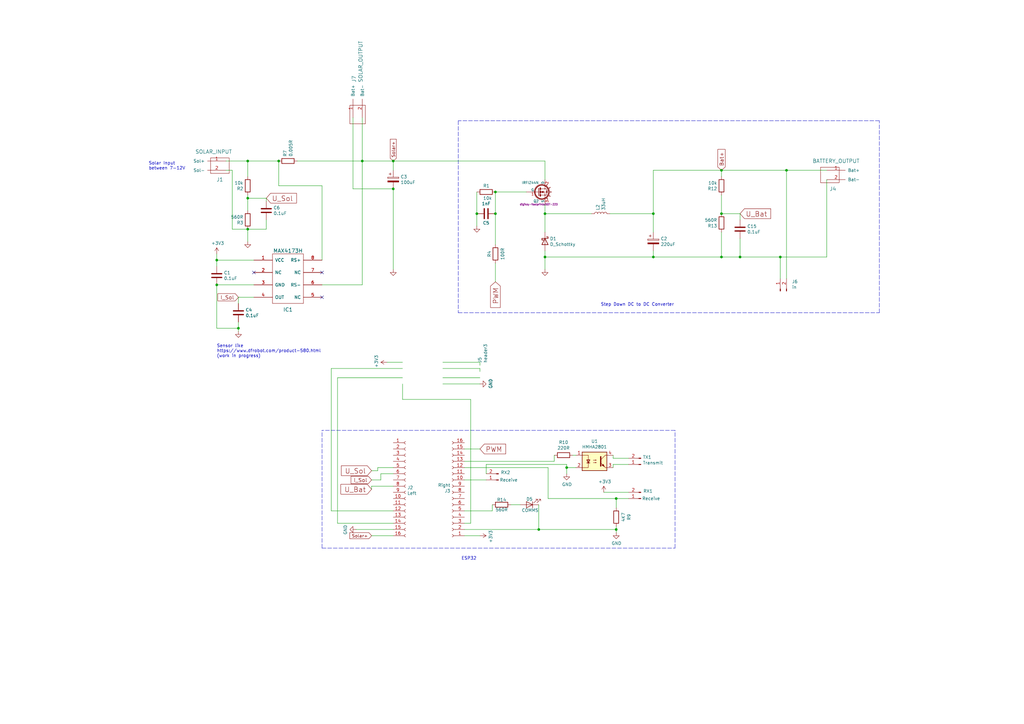
<source format=kicad_sch>
(kicad_sch (version 20211123) (generator eeschema)
  (paper "A3")
  (title_block (title "Peak Power Solar Charger") (date "2020-04-25") (rev "V2.0"))
  (lib_symbols
    (symbol "Device:C" (pin_numbers hide) (pin_names (offset 0.254))
      (property "Reference" "C" (at 0.635 2.54 0))
      (property "Value" "C" (at 0.635 -2.54 0))
      (symbol "C_0_1"
        (polyline (pts (xy -2.032 -0.762) (xy 2.032 -0.762)) (stroke (width 0.508)))
        (polyline (pts (xy -2.032 0.762) (xy 2.032 0.762)) (stroke (width 0.508)))
      )
      (symbol "C_1_1"
        (pin passive line (at 0 3.81 270) (length 2.794) (name "~") (number "1"))
        (pin passive line (at 0 -3.81 90) (length 2.794) (name "~") (number "2"))
      )
    )
    (symbol "Device:D_Schottky" (pin_numbers hide) (pin_names (offset 1.016) hide)
      (property "Reference" "D" (at 0 2.54 0))
      (property "Value" "D_Schottky" (at 0 -2.54 0))
      (symbol "D_Schottky_0_1"
        (polyline (pts (xy 1.27 0) (xy -1.27 0)))
        (polyline (pts (xy 1.27 1.27) (xy 1.27 -1.27) (xy -1.27 0) (xy 1.27 1.27)) (stroke (width 0.254)))
        (polyline (pts (xy -1.905 0.635) (xy -1.905 1.27) (xy -1.27 1.27) (xy -1.27 -1.27) (xy -0.635 -1.27) (xy -0.635 -0.635)) (stroke (width 0.254)))
      )
      (symbol "D_Schottky_1_1"
        (pin passive line (at -3.81 0 0) (length 2.54) (name "K") (number "1"))
        (pin passive line (at 3.81 0 180) (length 2.54) (name "A") (number "2"))
      )
    )
    (symbol "Device:R" (pin_numbers hide) (pin_names (offset 0))
      (property "Reference" "R" (at 2.032 0 90))
      (property "Value" "R" (at 0 0 90))
      (symbol "R_0_1"
        (rectangle (start -1.016 -2.54) (end 1.016 2.54) (stroke (width 0.254)))
      )
      (symbol "R_1_1"
        (pin passive line (at 0 3.81 270) (length 1.27) (name "~") (number "1"))
        (pin passive line (at 0 -3.81 90) (length 1.27) (name "~") (number "2"))
      )
    )
    (symbol "connectors:Battery_Output" (pin_names (offset 1.016))
      (property "Reference" "J" (at 0 -11.43 0))
      (property "Value" "Battery_Output" (at 2.54 0 0))
      (symbol "Battery_Output_0_1"
        (rectangle (start -3.81 -2.54) (end 3.81 -8.89))
      )
      (symbol "Battery_Output_1_1"
        (pin passive line (at -1.27 -3.81 0) (length 7.62) (name "Bat+") (number "1"))
        (pin passive line (at -1.27 -7.62 0) (length 7.62) (name "Bat-") (number "2"))
      )
    )
    (symbol "connectors:MAX4173H" (pin_names (offset 1.016))
      (property "Reference" "IC" (at 10.16 -15.24 0))
      (property "Value" "MAX4173H" (at 10.16 8.89 0))
      (symbol "MAX4173H_0_1"
        (rectangle (start 3.81 7.62) (end 16.51 -12.7))
      )
      (symbol "MAX4173H_1_1"
        (pin power_in line (at -3.81 5.08 0) (length 7.62) (name "VCC") (number "1"))
        (pin input line (at -3.81 0 0) (length 7.62) (name "NC") (number "2"))
        (pin input line (at -3.81 -5.08 0) (length 7.62) (name "GND") (number "3"))
        (pin power_out line (at -3.81 -10.16 0) (length 7.62) (name "OUT") (number "4"))
        (pin input line (at 24.13 -10.16 180) (length 7.62) (name "NC") (number "5"))
        (pin input line (at 24.13 -5.08 180) (length 7.62) (name "RS-") (number "6"))
        (pin input line (at 24.13 0 180) (length 7.62) (name "NC") (number "7"))
        (pin input line (at 24.13 5.08 180) (length 7.62) (name "RS+") (number "8"))
      )
    )
    (symbol "connectors:SOLAR_INPUT" (pin_names (offset 1.016))
      (property "Reference" "J" (at 0 -11.43 0))
      (property "Value" "SOLAR_INPUT" (at 2.54 0 0))
      (symbol "SOLAR_INPUT_0_1"
        (rectangle (start -3.81 -2.54) (end 3.81 -8.89))
      )
      (symbol "SOLAR_INPUT_1_1"
        (pin passive line (at -2.54 -3.81 0) (length 7.62) (name "Sol+") (number "1"))
        (pin passive line (at -2.54 -7.62 0) (length 7.62) (name "Sol-") (number "2"))
      )
    )
    (symbol "irfiz44n:IRFIZ44N" (pin_names (offset 0))
      (property "Reference" "Q" (at 0 -3.7592 0))
      (property "Value" "IRFIZ44N" (at 0 3.7846 0))
      (property "Footprint" "TO220" (at -4.5466 2.5654 0))
      (symbol "IRFIZ44N_0_1"
        (polyline (pts (xy 0.635 -1.016) (xy 0.635 -1.651)) (stroke (width 0.508)))
        (polyline (pts (xy 0.635 0.381) (xy 0.635 -0.381)) (stroke (width 0.508)))
        (polyline (pts (xy 0.635 1.651) (xy 0.635 1.016)) (stroke (width 0.508)))
        (polyline (pts (xy 3.048 0.381) (xy 2.921 0.254)))
        (polyline (pts (xy 3.048 0.381) (xy 3.556 0.381)))
        (polyline (pts (xy 3.175 2.667) (xy 3.556 3.175)) (stroke (width 0.254)))
        (polyline (pts (xy 3.302 -2.54) (xy 3.683 -3.048)) (stroke (width 0.254)))
        (polyline (pts (xy 3.556 0.381) (xy 3.683 0.508)))
        (polyline (pts (xy 4.191 -1.524) (xy 4.699 -1.778)) (stroke (width 0.254)))
        (polyline (pts (xy 4.191 1.524) (xy 4.699 1.905)) (stroke (width 0.254)))
        (polyline (pts (xy 4.572 0) (xy 5.207 0)) (stroke (width 0.254)))
        (polyline (pts (xy 0 1.524) (xy 0 -1.524) (xy 0 -1.524)) (stroke (width 0.254)))
        (polyline (pts (xy 0.762 -1.27) (xy 2.54 -1.27) (xy 2.54 -2.54) (xy 2.54 -2.54)))
        (polyline (pts (xy 0.762 1.27) (xy 2.54 1.27) (xy 2.54 2.54) (xy 2.54 2.54)))
        (polyline (pts (xy 2.54 1.27) (xy 3.302 1.27) (xy 3.302 -1.27) (xy 2.54 -1.27)))
        (polyline (pts (xy 3.302 0.381) (xy 3.048 -0.254) (xy 3.556 -0.254) (xy 3.302 0.381)) (fill (type outline)))
        (polyline (pts (xy 0.762 0) (xy 1.27 0) (xy 2.54 0) (xy 2.54 -1.27) (xy 2.54 -1.27)))
        (polyline (pts (xy 0.889 0) (xy 1.905 0.381) (xy 1.905 -0.381) (xy 0.889 0) (xy 1.016 0) (xy 1.016 0)) (fill (type outline)))
        (circle (center 1.27 0) (radius 2.8194) (stroke (width 0.3556)))
        (circle (center 1.27 0) (radius 3.175))
        (circle (center 2.54 -1.27) (radius 0.127))
        (circle (center 2.54 1.27) (radius 0.127))
      )
      (symbol "IRFIZ44N_1_1"
        (pin input line (at -5.08 0 0) (length 5.08) (name "G") (number "1"))
        (pin passive line (at 2.54 5.08 270) (length 2.54) (name "D") (number "2"))
        (pin passive line (at 2.54 -5.08 90) (length 2.54) (name "S") (number "3"))
      )
    )
    (symbol "solar-rescue:+3.3V-power" (power) (pin_names (offset 0))
      (property "Value" "+3.3V-power" (at 0 3.556 0))
      (symbol "+3.3V-power_0_1"
        (polyline (pts (xy -0.762 1.27) (xy 0 2.54)))
        (polyline (pts (xy 0 0) (xy 0 2.54)))
        (polyline (pts (xy 0 2.54) (xy 0.762 1.27)))
      )
      (symbol "+3.3V-power_1_1"
        (pin power_in line (at 0 0 90) (length 0) hide (name "+3V3") (number "1"))
      )
    )
    (symbol "solar-rescue:C-Device" (pin_numbers hide) (pin_names (offset 0.254))
      (property "Reference" "C" (at 0.635 2.54 0))
      (property "Value" "C-Device" (at 0.635 -2.54 0))
      (symbol "C-Device_0_1"
        (polyline (pts (xy -2.032 -0.762) (xy 2.032 -0.762)) (stroke (width 0.508)))
        (polyline (pts (xy -2.032 0.762) (xy 2.032 0.762)) (stroke (width 0.508)))
      )
      (symbol "C-Device_1_1"
        (pin passive line (at 0 3.81 270) (length 2.794) (name "~") (number "1"))
        (pin passive line (at 0 -3.81 90) (length 2.794) (name "~") (number "2"))
      )
    )
    (symbol "solar-rescue:CP-Device" (pin_numbers hide) (pin_names (offset 0.254))
      (property "Reference" "C" (at 0.635 2.54 0))
      (property "Value" "CP-Device" (at 0.635 -2.54 0))
      (symbol "CP-Device_0_1"
        (rectangle (start -2.286 0.508) (end -2.286 1.016))
        (rectangle (start -2.286 0.508) (end 2.286 0.508))
        (polyline (pts (xy -1.778 2.286) (xy -0.762 2.286)))
        (polyline (pts (xy -1.27 2.794) (xy -1.27 1.778)))
        (rectangle (start 2.286 -0.508) (end -2.286 -1.016) (fill (type outline)))
        (rectangle (start 2.286 1.016) (end -2.286 1.016))
        (rectangle (start 2.286 1.016) (end 2.286 0.508))
      )
      (symbol "CP-Device_1_1"
        (pin passive line (at 0 3.81 270) (length 2.794) (name "~") (number "1"))
        (pin passive line (at 0 -3.81 90) (length 2.794) (name "~") (number "2"))
      )
    )
    (symbol "solar-rescue:Conn_01x02_Male-Connector" (pin_names (offset 1.016) hide)
      (property "Reference" "J" (at 0 2.54 0))
      (property "Value" "Conn_01x02_Male-Connector" (at 0 -5.08 0))
      (symbol "Conn_01x02_Male-Connector_1_1"
        (polyline (pts (xy 1.27 -2.54) (xy 0.8636 -2.54)) (stroke (width 0.1524)))
        (polyline (pts (xy 1.27 0) (xy 0.8636 0)) (stroke (width 0.1524)))
        (rectangle (start 0.8636 -2.413) (end 0 -2.667) (stroke (width 0.1524)) (fill (type outline)))
        (rectangle (start 0.8636 0.127) (end 0 -0.127) (stroke (width 0.1524)) (fill (type outline)))
        (pin passive line (at 5.08 0 180) (length 3.81) (name "Pin_1") (number "1"))
        (pin passive line (at 5.08 -2.54 180) (length 3.81) (name "Pin_2") (number "2"))
      )
    )
    (symbol "solar-rescue:Conn_01x16_Female-Connector" (pin_names (offset 1.016) hide)
      (property "Reference" "J" (at 0 20.32 0))
      (property "Value" "Conn_01x16_Female-Connector" (at 0 -22.86 0))
      (symbol "Conn_01x16_Female-Connector_1_1"
        (arc (start 0 -19.812) (mid -0.508 -20.32) (end 0 -20.828) (stroke (width 0.1524)))
        (arc (start 0 -17.272) (mid -0.508 -17.78) (end 0 -18.288) (stroke (width 0.1524)))
        (arc (start 0 -14.732) (mid -0.508 -15.24) (end 0 -15.748) (stroke (width 0.1524)))
        (arc (start 0 -12.192) (mid -0.508 -12.7) (end 0 -13.208) (stroke (width 0.1524)))
        (arc (start 0 -9.652) (mid -0.508 -10.16) (end 0 -10.668) (stroke (width 0.1524)))
        (arc (start 0 -7.112) (mid -0.508 -7.62) (end 0 -8.128) (stroke (width 0.1524)))
        (arc (start 0 -4.572) (mid -0.508 -5.08) (end 0 -5.588) (stroke (width 0.1524)))
        (arc (start 0 -2.032) (mid -0.508 -2.54) (end 0 -3.048) (stroke (width 0.1524)))
        (polyline (pts (xy -1.27 -20.32) (xy -0.508 -20.32)) (stroke (width 0.1524)))
        (polyline (pts (xy -1.27 -17.78) (xy -0.508 -17.78)) (stroke (width 0.1524)))
        (polyline (pts (xy -1.27 -15.24) (xy -0.508 -15.24)) (stroke (width 0.1524)))
        (polyline (pts (xy -1.27 -12.7) (xy -0.508 -12.7)) (stroke (width 0.1524)))
        (polyline (pts (xy -1.27 -10.16) (xy -0.508 -10.16)) (stroke (width 0.1524)))
        (polyline (pts (xy -1.27 -7.62) (xy -0.508 -7.62)) (stroke (width 0.1524)))
        (polyline (pts (xy -1.27 -5.08) (xy -0.508 -5.08)) (stroke (width 0.1524)))
        (polyline (pts (xy -1.27 -2.54) (xy -0.508 -2.54)) (stroke (width 0.1524)))
        (polyline (pts (xy -1.27 0) (xy -0.508 0)) (stroke (width 0.1524)))
        (polyline (pts (xy -1.27 2.54) (xy -0.508 2.54)) (stroke (width 0.1524)))
        (polyline (pts (xy -1.27 5.08) (xy -0.508 5.08)) (stroke (width 0.1524)))
        (polyline (pts (xy -1.27 7.62) (xy -0.508 7.62)) (stroke (width 0.1524)))
        (polyline (pts (xy -1.27 10.16) (xy -0.508 10.16)) (stroke (width 0.1524)))
        (polyline (pts (xy -1.27 12.7) (xy -0.508 12.7)) (stroke (width 0.1524)))
        (polyline (pts (xy -1.27 15.24) (xy -0.508 15.24)) (stroke (width 0.1524)))
        (polyline (pts (xy -1.27 17.78) (xy -0.508 17.78)) (stroke (width 0.1524)))
        (arc (start 0 0.508) (mid -0.508 0) (end 0 -0.508) (stroke (width 0.1524)))
        (arc (start 0 3.048) (mid -0.508 2.54) (end 0 2.032) (stroke (width 0.1524)))
        (arc (start 0 5.588) (mid -0.508 5.08) (end 0 4.572) (stroke (width 0.1524)))
        (arc (start 0 8.128) (mid -0.508 7.62) (end 0 7.112) (stroke (width 0.1524)))
        (arc (start 0 10.668) (mid -0.508 10.16) (end 0 9.652) (stroke (width 0.1524)))
        (arc (start 0 13.208) (mid -0.508 12.7) (end 0 12.192) (stroke (width 0.1524)))
        (arc (start 0 15.748) (mid -0.508 15.24) (end 0 14.732) (stroke (width 0.1524)))
        (arc (start 0 18.288) (mid -0.508 17.78) (end 0 17.272) (stroke (width 0.1524)))
        (pin passive line (at -5.08 17.78 0) (length 3.81) (name "Pin_1") (number "1"))
        (pin passive line (at -5.08 -5.08 0) (length 3.81) (name "Pin_10") (number "10"))
        (pin passive line (at -5.08 -7.62 0) (length 3.81) (name "Pin_11") (number "11"))
        (pin passive line (at -5.08 -10.16 0) (length 3.81) (name "Pin_12") (number "12"))
        (pin passive line (at -5.08 -12.7 0) (length 3.81) (name "Pin_13") (number "13"))
        (pin passive line (at -5.08 -15.24 0) (length 3.81) (name "Pin_14") (number "14"))
        (pin passive line (at -5.08 -17.78 0) (length 3.81) (name "Pin_15") (number "15"))
        (pin passive line (at -5.08 -20.32 0) (length 3.81) (name "Pin_16") (number "16"))
        (pin passive line (at -5.08 15.24 0) (length 3.81) (name "Pin_2") (number "2"))
        (pin passive line (at -5.08 12.7 0) (length 3.81) (name "Pin_3") (number "3"))
        (pin passive line (at -5.08 10.16 0) (length 3.81) (name "Pin_4") (number "4"))
        (pin passive line (at -5.08 7.62 0) (length 3.81) (name "Pin_5") (number "5"))
        (pin passive line (at -5.08 5.08 0) (length 3.81) (name "Pin_6") (number "6"))
        (pin passive line (at -5.08 2.54 0) (length 3.81) (name "Pin_7") (number "7"))
        (pin passive line (at -5.08 0 0) (length 3.81) (name "Pin_8") (number "8"))
        (pin passive line (at -5.08 -2.54 0) (length 3.81) (name "Pin_9") (number "9"))
      )
    )
    (symbol "solar-rescue:GND-power" (power) (pin_names (offset 0))
      (property "Value" "GND-power" (at 0 -3.81 0))
      (symbol "GND-power_0_1"
        (polyline (pts (xy 0 0) (xy 0 -1.27) (xy 1.27 -1.27) (xy 0 -2.54) (xy -1.27 -1.27) (xy 0 -1.27)))
      )
      (symbol "GND-power_1_1"
        (pin power_in line (at 0 0 270) (length 0) hide (name "GND") (number "1"))
      )
    )
    (symbol "solar-rescue:L-Device" (pin_numbers hide) (pin_names (offset 1.016) hide)
      (property "Reference" "L" (at -1.27 0 90))
      (property "Value" "L-Device" (at 1.905 0 90))
      (symbol "L-Device_0_1"
        (arc (start 0 -2.54) (mid 0.635 -1.905) (end 0 -1.27))
        (arc (start 0 -1.27) (mid 0.635 -0.635) (end 0 0))
        (arc (start 0 0) (mid 0.635 0.635) (end 0 1.27))
        (arc (start 0 1.27) (mid 0.635 1.905) (end 0 2.54))
      )
      (symbol "L-Device_1_1"
        (pin passive line (at 0 3.81 270) (length 1.27) (name "1") (number "1"))
        (pin passive line (at 0 -3.81 90) (length 1.27) (name "2") (number "2"))
      )
    )
    (symbol "solar-rescue:LED-Device" (pin_numbers hide) (pin_names (offset 1.016) hide)
      (property "Reference" "D" (at 0 2.54 0))
      (property "Value" "LED-Device" (at 0 -2.54 0))
      (symbol "LED-Device_0_1"
        (polyline (pts (xy -1.27 -1.27) (xy -1.27 1.27)) (stroke (width 0.2032)))
        (polyline (pts (xy -1.27 0) (xy 1.27 0)))
        (polyline (pts (xy 1.27 -1.27) (xy 1.27 1.27) (xy -1.27 0) (xy 1.27 -1.27)) (stroke (width 0.2032)))
        (polyline (pts (xy -3.048 -0.762) (xy -4.572 -2.286) (xy -3.81 -2.286) (xy -4.572 -2.286) (xy -4.572 -1.524)))
        (polyline (pts (xy -1.778 -0.762) (xy -3.302 -2.286) (xy -2.54 -2.286) (xy -3.302 -2.286) (xy -3.302 -1.524)))
      )
      (symbol "LED-Device_1_1"
        (pin passive line (at -3.81 0 0) (length 2.54) (name "K") (number "1"))
        (pin passive line (at 3.81 0 180) (length 2.54) (name "A") (number "2"))
      )
    )
    (symbol "solar-rescue:PC817-Isolator" (pin_names (offset 1.016))
      (property "Reference" "U" (at -5.08 5.08 0))
      (property "Value" "PC817-Isolator" (at 0 5.08 0))
      (symbol "PC817-Isolator_0_1"
        (rectangle (start -5.08 3.81) (end 5.08 -3.81) (stroke (width 0.254)) (fill (type background)))
        (polyline (pts (xy -3.175 -0.635) (xy -1.905 -0.635)) (stroke (width 0.254)))
        (polyline (pts (xy 2.54 0.635) (xy 4.445 2.54)))
        (polyline (pts (xy 4.445 -2.54) (xy 2.54 -0.635)) (fill (type outline)))
        (polyline (pts (xy 4.445 -2.54) (xy 5.08 -2.54)))
        (polyline (pts (xy 4.445 2.54) (xy 5.08 2.54)))
        (polyline (pts (xy -5.08 2.54) (xy -2.54 2.54) (xy -2.54 -0.635)))
        (polyline (pts (xy -2.54 -0.635) (xy -2.54 -2.54) (xy -5.08 -2.54)))
        (polyline (pts (xy 2.54 1.905) (xy 2.54 -1.905) (xy 2.54 -1.905)) (stroke (width 0.508)))
        (polyline (pts (xy -2.54 -0.635) (xy -3.175 0.635) (xy -1.905 0.635) (xy -2.54 -0.635)) (stroke (width 0.254)))
        (polyline (pts (xy -0.508 -0.508) (xy 0.762 -0.508) (xy 0.381 -0.635) (xy 0.381 -0.381) (xy 0.762 -0.508)))
        (polyline (pts (xy -0.508 0.508) (xy 0.762 0.508) (xy 0.381 0.381) (xy 0.381 0.635) (xy 0.762 0.508)))
        (polyline (pts (xy 3.048 -1.651) (xy 3.556 -1.143) (xy 4.064 -2.159) (xy 3.048 -1.651) (xy 3.048 -1.651)) (fill (type outline)))
      )
      (symbol "PC817-Isolator_1_1"
        (pin passive line (at -7.62 2.54 0) (length 2.54) (name "~") (number "1"))
        (pin passive line (at -7.62 -2.54 0) (length 2.54) (name "~") (number "2"))
        (pin passive line (at 7.62 -2.54 180) (length 2.54) (name "~") (number "3"))
        (pin passive line (at 7.62 2.54 180) (length 2.54) (name "~") (number "4"))
      )
    )
    (symbol "solar-rescue:R-Device" (pin_numbers hide) (pin_names (offset 0))
      (property "Reference" "R" (at 2.032 0 90))
      (property "Value" "R-Device" (at 0 0 90))
      (symbol "R-Device_0_1"
        (rectangle (start -1.016 -2.54) (end 1.016 2.54) (stroke (width 0.254)))
      )
      (symbol "R-Device_1_1"
        (pin passive line (at 0 3.81 270) (length 1.27) (name "~") (number "1"))
        (pin passive line (at 0 -3.81 90) (length 1.27) (name "~") (number "2"))
      )
    )
  )
  (junction (at 203.2 78.74))
  (junction (at 320.04 105.41))
  (junction (at 101.6 66.04))
  (junction (at 114.3 66.04))
  (junction (at 295.91 105.41))
  (junction (at 295.91 69.85))
  (junction (at 101.6 81.28))
  (junction (at 203.2 87.63))
  (junction (at 223.52 105.41))
  (junction (at 252.73 217.17))
  (junction (at 148.59 66.04))
  (junction (at 252.73 204.47))
  (junction (at 232.41 191.77))
  (junction (at 88.9 106.68))
  (junction (at 88.9 116.84))
  (junction (at 303.53 105.41))
  (junction (at 161.29 77.47))
  (junction (at 223.52 87.63))
  (junction (at 267.97 87.63))
  (junction (at 195.58 87.63))
  (junction (at 161.29 66.04))
  (junction (at 295.91 87.63))
  (junction (at 220.98 217.17))
  (junction (at 322.58 69.85))
  (junction (at 101.6 93.98))
  (junction (at 267.97 105.41))
  (junction (at 97.79 134.62))
  (no_connect (at 132.08 111.76))
  (no_connect (at 104.14 111.76))
  (no_connect (at 132.08 121.92))
  (wire (pts (xy 223.52 105.41) (xy 223.52 110.49)))
  (wire (pts (xy 88.9 109.22) (xy 88.9 106.68)))
  (wire (pts (xy 114.3 66.04) (xy 114.3 76.2)))
  (wire (pts (xy 101.6 66.04) (xy 114.3 66.04)))
  (wire (pts (xy 267.97 95.25) (xy 267.97 87.63)))
  (wire (pts (xy 295.91 80.01) (xy 295.91 87.63)))
  (wire (pts (xy 223.52 83.82) (xy 223.52 87.63)))
  (wire (pts (xy 267.97 105.41) (xy 295.91 105.41)))
  (wire (pts (xy 97.79 134.62) (xy 97.79 135.89)))
  (polyline (pts (xy 187.96 128.27) (xy 360.68 128.27)))
  (wire (pts (xy 220.98 207.01) (xy 220.98 217.17)))
  (wire (pts (xy 227.33 189.23) (xy 227.33 186.69)))
  (wire (pts (xy 190.5 209.55) (xy 201.93 209.55)))
  (wire (pts (xy 148.59 48.26) (xy 148.59 66.04)))
  (wire (pts (xy 223.52 95.25) (xy 223.52 87.63)))
  (wire (pts (xy 161.29 214.63) (xy 138.43 214.63)))
  (wire (pts (xy 190.5 191.77) (xy 224.79 191.77)))
  (wire (pts (xy 138.43 214.63) (xy 138.43 154.94)))
  (polyline (pts (xy 360.68 128.27) (xy 360.68 49.53)))
  (polyline (pts (xy 132.08 224.79) (xy 276.86 224.79)))
  (wire (pts (xy 148.59 66.04) (xy 148.59 116.84)))
  (wire (pts (xy 251.46 191.77) (xy 251.46 190.5)))
  (wire (pts (xy 320.04 114.3) (xy 320.04 105.41)))
  (polyline (pts (xy 360.68 49.53) (xy 187.96 49.53)))
  (wire (pts (xy 101.6 93.98) (xy 101.6 99.06)))
  (wire (pts (xy 135.89 209.55) (xy 135.89 151.13)))
  (wire (pts (xy 109.22 81.28) (xy 109.22 82.55)))
  (wire (pts (xy 138.43 154.94) (xy 165.1 154.94)))
  (wire (pts (xy 92.71 69.85) (xy 95.25 69.85)))
  (wire (pts (xy 165.1 163.83) (xy 165.1 157.48)))
  (wire (pts (xy 156.21 196.85) (xy 156.21 194.31)))
  (polyline (pts (xy 276.86 176.53) (xy 132.08 176.53)))
  (wire (pts (xy 195.58 78.74) (xy 195.58 87.63)))
  (polyline (pts (xy 132.08 224.79) (xy 132.08 176.53)))
  (wire (pts (xy 295.91 95.25) (xy 295.91 105.41)))
  (wire (pts (xy 251.46 187.96) (xy 251.46 186.69)))
  (wire (pts (xy 196.85 219.71) (xy 190.5 219.71)))
  (wire (pts (xy 161.29 66.04) (xy 161.29 69.85)))
  (wire (pts (xy 203.2 78.74) (xy 215.9 78.74)))
  (wire (pts (xy 88.9 134.62) (xy 88.9 116.84)))
  (wire (pts (xy 303.53 105.41) (xy 320.04 105.41)))
  (wire (pts (xy 190.5 189.23) (xy 227.33 189.23)))
  (wire (pts (xy 201.93 209.55) (xy 201.93 207.01)))
  (wire (pts (xy 223.52 87.63) (xy 242.57 87.63)))
  (wire (pts (xy 199.39 190.5) (xy 232.41 190.5)))
  (wire (pts (xy 193.04 214.63) (xy 193.04 163.83)))
  (wire (pts (xy 92.71 66.04) (xy 101.6 66.04)))
  (wire (pts (xy 322.58 69.85) (xy 339.09 69.85)))
  (wire (pts (xy 232.41 190.5) (xy 232.41 191.77)))
  (wire (pts (xy 203.2 87.63) (xy 203.2 100.33)))
  (wire (pts (xy 95.25 93.98) (xy 95.25 69.85)))
  (wire (pts (xy 193.04 163.83) (xy 165.1 163.83)))
  (wire (pts (xy 252.73 204.47) (xy 257.81 204.47)))
  (wire (pts (xy 181.61 148.59) (xy 196.85 148.59)))
  (wire (pts (xy 161.29 66.04) (xy 223.52 66.04)))
  (polyline (pts (xy 276.86 224.79) (xy 276.86 176.53)))
  (wire (pts (xy 101.6 81.28) (xy 109.22 81.28)))
  (wire (pts (xy 101.6 66.04) (xy 101.6 72.39)))
  (wire (pts (xy 152.4 199.39) (xy 161.29 199.39)))
  (wire (pts (xy 161.29 219.71) (xy 152.4 219.71)))
  (wire (pts (xy 97.79 134.62) (xy 88.9 134.62)))
  (wire (pts (xy 190.5 214.63) (xy 193.04 214.63)))
  (wire (pts (xy 322.58 69.85) (xy 322.58 114.3)))
  (wire (pts (xy 303.53 87.63) (xy 295.91 87.63)))
  (wire (pts (xy 203.2 115.57) (xy 203.2 107.95)))
  (wire (pts (xy 148.59 66.04) (xy 161.29 66.04)))
  (wire (pts (xy 121.92 66.04) (xy 148.59 66.04)))
  (wire (pts (xy 257.81 187.96) (xy 251.46 187.96)))
  (wire (pts (xy 223.52 66.04) (xy 223.52 73.66)))
  (wire (pts (xy 158.75 148.59) (xy 165.1 148.59)))
  (wire (pts (xy 196.85 184.15) (xy 190.5 184.15)))
  (wire (pts (xy 97.79 132.08) (xy 97.79 134.62)))
  (wire (pts (xy 252.73 204.47) (xy 224.79 204.47)))
  (wire (pts (xy 132.08 76.2) (xy 132.08 106.68)))
  (wire (pts (xy 144.78 77.47) (xy 161.29 77.47)))
  (wire (pts (xy 257.81 201.93) (xy 247.65 201.93)))
  (wire (pts (xy 101.6 81.28) (xy 101.6 80.01)))
  (wire (pts (xy 135.89 209.55) (xy 161.29 209.55)))
  (wire (pts (xy 114.3 76.2) (xy 132.08 76.2)))
  (wire (pts (xy 224.79 204.47) (xy 224.79 191.77)))
  (wire (pts (xy 88.9 106.68) (xy 88.9 104.14)))
  (wire (pts (xy 196.85 151.13) (xy 196.85 152.4)))
  (wire (pts (xy 295.91 72.39) (xy 295.91 69.85)))
  (polyline (pts (xy 187.96 49.53) (xy 187.96 128.27)))
  (wire (pts (xy 339.09 105.41) (xy 339.09 73.66)))
  (wire (pts (xy 196.85 148.59) (xy 196.85 149.86)))
  (wire (pts (xy 267.97 102.87) (xy 267.97 105.41)))
  (wire (pts (xy 101.6 86.36) (xy 101.6 81.28)))
  (wire (pts (xy 97.79 124.46) (xy 97.79 121.92)))
  (wire (pts (xy 152.4 196.85) (xy 156.21 196.85)))
  (wire (pts (xy 236.22 191.77) (xy 232.41 191.77)))
  (wire (pts (xy 135.89 151.13) (xy 165.1 151.13)))
  (wire (pts (xy 252.73 217.17) (xy 252.73 218.44)))
  (wire (pts (xy 154.94 191.77) (xy 161.29 191.77)))
  (wire (pts (xy 156.21 194.31) (xy 161.29 194.31)))
  (wire (pts (xy 252.73 208.28) (xy 252.73 204.47)))
  (wire (pts (xy 101.6 93.98) (xy 95.25 93.98)))
  (wire (pts (xy 104.14 106.68) (xy 88.9 106.68)))
  (wire (pts (xy 250.19 87.63) (xy 267.97 87.63)))
  (wire (pts (xy 144.78 48.26) (xy 144.78 77.47)))
  (wire (pts (xy 232.41 191.77) (xy 232.41 194.31)))
  (wire (pts (xy 267.97 69.85) (xy 295.91 69.85)))
  (wire (pts (xy 109.22 90.17) (xy 109.22 93.98)))
  (wire (pts (xy 152.4 193.04) (xy 154.94 193.04)))
  (wire (pts (xy 209.55 207.01) (xy 213.36 207.01)))
  (wire (pts (xy 199.39 194.31) (xy 199.39 190.5)))
  (wire (pts (xy 195.58 87.63) (xy 195.58 92.71)))
  (wire (pts (xy 223.52 105.41) (xy 267.97 105.41)))
  (wire (pts (xy 196.85 157.48) (xy 181.61 157.48)))
  (wire (pts (xy 295.91 69.85) (xy 322.58 69.85)))
  (wire (pts (xy 223.52 105.41) (xy 223.52 102.87)))
  (wire (pts (xy 220.98 217.17) (xy 252.73 217.17)))
  (wire (pts (xy 161.29 77.47) (xy 161.29 110.49)))
  (wire (pts (xy 203.2 78.74) (xy 203.2 87.63)))
  (wire (pts (xy 109.22 93.98) (xy 101.6 93.98)))
  (wire (pts (xy 104.14 121.92) (xy 97.79 121.92)))
  (wire (pts (xy 303.53 97.79) (xy 303.53 105.41)))
  (wire (pts (xy 146.05 217.17) (xy 161.29 217.17)))
  (wire (pts (xy 295.91 105.41) (xy 303.53 105.41)))
  (wire (pts (xy 190.5 196.85) (xy 199.39 196.85)))
  (wire (pts (xy 181.61 154.94) (xy 196.85 154.94)))
  (wire (pts (xy 251.46 190.5) (xy 257.81 190.5)))
  (wire (pts (xy 154.94 193.04) (xy 154.94 191.77)))
  (wire (pts (xy 234.95 186.69) (xy 236.22 186.69)))
  (wire (pts (xy 181.61 151.13) (xy 196.85 151.13)))
  (wire (pts (xy 152.4 199.39) (xy 152.4 200.66)))
  (wire (pts (xy 190.5 217.17) (xy 220.98 217.17)))
  (wire (pts (xy 252.73 215.9) (xy 252.73 217.17)))
  (wire (pts (xy 320.04 105.41) (xy 339.09 105.41)))
  (wire (pts (xy 88.9 116.84) (xy 104.14 116.84)))
  (wire (pts (xy 303.53 90.17) (xy 303.53 87.63)))
  (wire (pts (xy 267.97 87.63) (xy 267.97 69.85)))
  (wire (pts (xy 132.08 116.84) (xy 148.59 116.84)))
  (text "Step Down DC to DC Converter" (at 246.38 125.73 0) (effects (font (size 1.27 1.27)) (justify left bottom)))
  (text "Solar Input \nbetween 7-12V" (at 60.96 69.85 0) (effects (font (size 1.27 1.27)) (justify left bottom)))
  (text "ESP32" (at 189.23 229.87 0) (effects (font (size 1.27 1.27)) (justify left bottom)))
  (text "Sensor like\nhttps://www.dfrobot.com/product-580.html\n(work in progress)" (at 88.9 146.812 0) (effects (font (size 1.27 1.27)) (justify left bottom)))
  (global_label "I_Sol" (shape input) (at 97.79 121.92 180) (effects (font (size 1.524 1.524))) (property "Intersheet References" "${INTERSHEET_REFS}" (effects hide)))
  (global_label "PWM" (shape input) (at 196.85 184.15 0) (effects (font (size 2.032 2.032))) (property "Intersheet References" "${INTERSHEET_REFS}" (effects hide)))
  (global_label "I_Sol" (shape input) (at 152.4 196.85 180) (effects (font (size 1.524 1.524))) (property "Intersheet References" "${INTERSHEET_REFS}" (effects hide)))
  (global_label "U_Sol" (shape input) (at 109.22 81.28 0) (effects (font (size 2.032 2.032))) (property "Intersheet References" "${INTERSHEET_REFS}" (effects hide)))
  (global_label "U_Bat" (shape input) (at 152.4 200.66 180) (effects (font (size 2.032 2.032))) (property "Intersheet References" "${INTERSHEET_REFS}" (effects hide)))
  (global_label "U_Sol" (shape input) (at 152.4 193.04 180) (effects (font (size 2.032 2.032))) (property "Intersheet References" "${INTERSHEET_REFS}" (effects hide)))
  (global_label "Solar+" (shape input) (at 161.29 66.04 90) (property "Intersheet References" "${INTERSHEET_REFS}" (effects hide)))
  (global_label "Solar+" (shape input) (at 152.4 219.71 180) (property "Intersheet References" "${INTERSHEET_REFS}" (effects hide)))
  (global_label "Bat+" (shape input) (at 295.91 69.85 90) (effects (font (size 1.524 1.524))) (property "Intersheet References" "${INTERSHEET_REFS}" (effects hide)))
  (global_label "PWM" (shape input) (at 203.2 115.57 270) (effects (font (size 2.032 2.032))) (property "Intersheet References" "${INTERSHEET_REFS}" (effects hide)))
  (global_label "U_Bat" (shape input) (at 303.53 87.63 0) (effects (font (size 2.032 2.032))) (property "Intersheet References" "${INTERSHEET_REFS}" (effects hide)))
  (symbol (lib_id "irfiz44n:IRFIZ44N") (at 220.98 78.74 0) (unit 1)
    (property "Reference" "Q2" (at 220.98 82.4992 0) (effects (font (size 1.016 1.016)) (justify right)))
    (property "Value" "IRFIZ44N" (at 220.98 74.9554 0) (effects (font (size 1.016 1.016)) (justify right)))
    (property "Footprint" "digikey-footprints:SOT-223" (at 220.98 83.82 0) (effects (font (size 0.7366 0.7366))))
  )
  (symbol (lib_id "solar-rescue:GND-power") (at 223.52 110.49 0) (unit 1)
    (property "Reference" "#PWR0106" (effects hide))
    (property "Value" "GND" (effects hide))
  )
  (symbol (lib_id "connectors:SOLAR_INPUT") (at 90.17 62.23 0) (mirror y) (unit 1)
    (property "Reference" "J1" (at 90.17 73.66 0) (effects (font (size 1.524 1.524))))
    (property "Value" "SOLAR_INPUT" (at 87.63 62.23 0) (effects (font (size 1.524 1.524))))
    (property "Footprint" "digikey-footprints:1210" (effects hide))
  )
  (symbol (lib_id "connectors:Battery_Output") (at 340.36 66.04 0) (unit 1)
    (property "Reference" "J4" (at 341.63 77.47 0) (effects (font (size 1.524 1.524))))
    (property "Value" "BATTERY_OUTPUT" (at 342.9 66.04 0) (effects (font (size 1.524 1.524))))
    (property "Footprint" "digikey-footprints:1210" (effects hide))
  )
  (symbol (lib_id "connectors:MAX4173H") (at 107.95 111.76 0) (unit 1)
    (property "Reference" "IC1" (at 118.11 127 0) (effects (font (size 1.524 1.524))))
    (property "Value" "MAX4173H" (at 118.11 102.87 0) (effects (font (size 1.524 1.524))))
  )
  (symbol (lib_id "solar-rescue:GND-power") (at 97.79 135.89 0) (unit 1)
    (property "Reference" "#PWR0105" (effects hide))
    (property "Value" "GND" (effects hide))
  )
  (symbol (lib_id "solar-rescue:GND-power") (at 101.6 99.06 0) (unit 1)
    (property "Reference" "#PWR0104" (effects hide))
    (property "Value" "GND" (effects hide))
  )
  (symbol (lib_id "solar-rescue:LED-Device") (at 217.17 207.01 180) (unit 1)
    (property "Reference" "D5" (at 217.17 204.724 0))
    (property "Value" "COMMS" (at 217.424 209.296 0))
    (property "Footprint" "digikey-footprints:0603" (effects hide))
  )
  (symbol (lib_id "solar-rescue:R-Device") (at 205.74 207.01 270) (unit 1)
    (property "Reference" "R14" (at 205.74 204.978 90))
    (property "Value" "560R" (at 205.74 209.042 90))
    (property "Footprint" "digikey-footprints:0603" (effects hide))
  )
  (symbol (lib_id "solar-rescue:PC817-Isolator") (at 243.84 189.23 0) (unit 1)
    (property "Reference" "U1" (at 243.84 180.975 0))
    (property "Value" "HMHA2801" (at 243.84 183.2864 0))
    (property "Footprint" "Housings_SSOP:SOP-4_4.4x2.8mm_Pitch1.27mm" (effects hide))
    (property "Datasheet" "https://uk.farnell.com/on-semiconductor/hmha2801/optocoupler-single-channel/dp/1652504" (effects hide))
  )
  (symbol (lib_id "solar-rescue:Conn_01x02_Male-Connector") (at 262.89 204.47 180) (unit 1)
    (property "Reference" "RX1" (at 267.716 201.422 0) (effects (justify left)))
    (property "Value" "Receive" (at 270.764 204.47 0) (effects (justify left)))
    (property "Footprint" "Connectors_JST:JST_PH_S2B-PH-K_02x2.00mm_Angled" (effects hide))
    (property "Datasheet" "http://www.farnell.com/datasheets/2057211.pdf" (effects hide))
  )
  (symbol (lib_id "solar-rescue:Conn_01x02_Male-Connector") (at 262.89 190.5 180) (unit 1)
    (property "Reference" "TX1" (at 263.6012 187.5028 0) (effects (justify right)))
    (property "Value" "Transmit" (at 263.6012 189.8142 0) (effects (justify right)))
    (property "Footprint" "Connectors_JST:JST_PH_S2B-PH-K_02x2.00mm_Angled" (effects hide))
    (property "Datasheet" "http://www.farnell.com/datasheets/2057211.pdf" (effects hide))
  )
  (symbol (lib_id "solar-rescue:Conn_01x16_Female-Connector") (at 166.37 199.39 0) (unit 1)
    (property "Reference" "J2" (at 167.0558 199.9996 0) (effects (justify left)))
    (property "Value" "Left" (at 167.0558 202.311 0) (effects (justify left)))
    (property "Footprint" "ESP32-footprints-Lib:PIN16" (effects hide))
  )
  (symbol (lib_id "solar-rescue:Conn_01x16_Female-Connector") (at 185.42 201.93 180) (unit 1)
    (property "Reference" "J3" (at 184.7342 201.3204 0) (effects (justify left)))
    (property "Value" "Right" (at 184.7342 199.009 0) (effects (justify left)))
    (property "Footprint" "ESP32-footprints-Lib:PIN16" (effects hide))
  )
  (symbol (lib_id "solar-rescue:+3.3V-power") (at 247.65 201.93 0) (unit 1)
    (property "Reference" "#PWR0107" (effects hide))
    (property "Value" "+3.3V" (at 248.031 197.5358 0))
  )
  (symbol (lib_id "solar-rescue:R-Device") (at 252.73 212.09 180) (unit 1)
    (property "Reference" "R9" (at 257.9878 212.09 90))
    (property "Value" "4K7" (at 255.6764 212.09 90))
    (property "Footprint" "Resistors_SMD:R_0805_HandSoldering" (effects hide))
  )
  (symbol (lib_id "solar-rescue:GND-power") (at 232.41 194.31 0) (unit 1)
    (property "Reference" "#PWR0109" (effects hide))
    (property "Value" "GND" (at 232.537 198.7042 0))
  )
  (symbol (lib_id "solar-rescue:R-Device") (at 231.14 186.69 270) (unit 1)
    (property "Reference" "R10" (at 231.14 181.4322 90))
    (property "Value" "220R" (at 231.14 183.7436 90))
    (property "Footprint" "digikey-footprints:0603" (effects hide))
  )
  (symbol (lib_id "solar-rescue:GND-power") (at 252.73 218.44 0) (unit 1)
    (property "Reference" "#PWR0102" (effects hide))
    (property "Value" "GND" (at 252.857 222.8342 0))
  )
  (symbol (lib_id "solar-rescue:CP-Device") (at 161.29 73.66 0) (unit 1)
    (property "Reference" "C3" (at 164.2872 72.4916 0) (effects (justify left)))
    (property "Value" "100uF" (at 164.2872 74.803 0) (effects (justify left)))
    (property "Footprint" "ESP32-footprints-Lib:Cpol-6.3x7.7" (effects hide))
  )
  (symbol (lib_id "solar-rescue:Conn_01x02_Male-Connector") (at 320.04 119.38 90) (unit 1)
    (property "Reference" "J6" (at 324.8152 115.4938 90) (effects (justify right)))
    (property "Value" "in" (at 324.8152 117.8052 90) (effects (justify right)))
    (property "Footprint" "digikey-footprints:1210" (effects hide))
  )
  (symbol (lib_id "solar-rescue:CP-Device") (at 267.97 99.06 0) (unit 1)
    (property "Reference" "C2" (at 270.9672 97.8916 0) (effects (justify left)))
    (property "Value" "220uF" (at 270.9672 100.203 0) (effects (justify left)))
    (property "Footprint" "ESP32-footprints-Lib:Cpol-6.3x7.7" (effects hide))
  )
  (symbol (lib_id "solar-rescue:+3.3V-power") (at 196.85 219.71 270) (unit 1)
    (property "Reference" "#PWR0103" (effects hide))
    (property "Value" "+3.3V" (at 201.2442 220.091 0))
  )
  (symbol (lib_id "solar-rescue:GND-power") (at 146.05 217.17 270) (unit 1)
    (property "Reference" "#PWR0110" (effects hide))
    (property "Value" "GND" (at 141.6558 217.297 0))
  )
  (symbol (lib_id "solar-rescue:GND-power") (at 161.29 110.49 0) (unit 1)
    (property "Reference" "#PWR0108" (effects hide))
    (property "Value" "GND" (effects hide))
  )
  (symbol (lib_id "solar-rescue:C-Device") (at 303.53 93.98 0) (unit 1)
    (property "Reference" "C15" (at 306.451 92.8116 0) (effects (justify left)))
    (property "Value" "0.1uF" (at 306.451 95.123 0) (effects (justify left)))
    (property "Footprint" "digikey-footprints:0603" (effects hide))
  )
  (symbol (lib_id "solar-rescue:R-Device") (at 118.11 66.04 90) (unit 1)
    (property "Reference" "R7" (at 116.9416 64.262 0) (effects (justify left)))
    (property "Value" "0.005R" (at 119.253 64.262 0) (effects (justify left)))
    (property "Footprint" "digikey-footprints:0603" (effects hide))
  )
  (symbol (lib_id "solar-rescue:R-Device") (at 295.91 76.2 180) (unit 1)
    (property "Reference" "R12" (at 294.132 77.3684 0) (effects (justify left)))
    (property "Value" "10k" (at 294.132 75.057 0) (effects (justify left)))
    (property "Footprint" "digikey-footprints:0603" (effects hide))
  )
  (symbol (lib_id "solar-rescue:R-Device") (at 295.91 91.44 180) (unit 1)
    (property "Reference" "R13" (at 294.132 92.6084 0) (effects (justify left)))
    (property "Value" "560R" (at 294.132 90.297 0) (effects (justify left)))
    (property "Footprint" "digikey-footprints:0603" (effects hide))
  )
  (symbol (lib_id "solar-rescue:+3.3V-power") (at 88.9 104.14 0) (unit 1)
    (property "Reference" "#PWR0113" (effects hide))
    (property "Value" "+3.3V" (at 89.281 99.7458 0))
  )
  (symbol (lib_id "solar-rescue:R-Device") (at 101.6 76.2 180) (unit 1)
    (property "Reference" "R2" (at 99.822 77.3684 0) (effects (justify left)))
    (property "Value" "10k" (at 99.822 75.057 0) (effects (justify left)))
    (property "Footprint" "digikey-footprints:0603" (effects hide))
  )
  (symbol (lib_id "solar-rescue:R-Device") (at 101.6 90.17 180) (unit 1)
    (property "Reference" "R3" (at 99.822 91.3384 0) (effects (justify left)))
    (property "Value" "560R" (at 99.822 89.027 0) (effects (justify left)))
    (property "Footprint" "digikey-footprints:0603" (effects hide))
  )
  (symbol (lib_id "solar-rescue:C-Device") (at 97.79 128.27 0) (unit 1)
    (property "Reference" "C4" (at 100.711 127.1016 0) (effects (justify left)))
    (property "Value" "0.1uF" (at 100.711 129.413 0) (effects (justify left)))
    (property "Footprint" "digikey-footprints:0603" (effects hide))
  )
  (symbol (lib_id "solar-rescue:C-Device") (at 88.9 113.03 0) (unit 1)
    (property "Reference" "C1" (at 91.821 111.8616 0) (effects (justify left)))
    (property "Value" "0.1uF" (at 91.821 114.173 0) (effects (justify left)))
    (property "Footprint" "digikey-footprints:0603" (effects hide))
  )
  (symbol (lib_id "solar-rescue:C-Device") (at 109.22 86.36 0) (unit 1)
    (property "Reference" "C6" (at 112.141 85.1916 0) (effects (justify left)))
    (property "Value" "0.1uF" (at 112.141 87.503 0) (effects (justify left)))
    (property "Footprint" "digikey-footprints:0603" (effects hide))
  )
  (symbol (lib_id "connectors:Battery_Output") (at 140.97 46.99 90) (unit 1)
    (property "Reference" "J7" (at 145.2118 33.8328 0) (effects (font (size 1.524 1.524)) (justify left)))
    (property "Value" "SOLAR_OUTPUT" (at 147.9042 33.8328 0) (effects (font (size 1.524 1.524)) (justify left)))
    (property "Footprint" "digikey-footprints:1210" (effects hide))
  )
  (symbol (lib_id "solar-rescue:L-Device") (at 246.38 87.63 90) (unit 1)
    (property "Reference" "L2" (at 245.2116 86.2838 0) (effects (justify left)))
    (property "Value" "33uH" (at 247.523 86.2838 0) (effects (justify left)))
    (property "Footprint" "ESP32-footprints-Lib:7447779139" (effects hide))
  )
  (symbol (lib_id "solar-rescue:R-Device") (at 199.39 78.74 270) (unit 1)
    (property "Reference" "R1" (at 198.12 76.2 90) (effects (justify left)))
    (property "Value" "10k" (at 198.12 81.28 90) (effects (justify left)))
    (property "Footprint" "digikey-footprints:0603" (effects hide))
  )
  (symbol (lib_id "Device:C") (at 199.39 87.63 90) (unit 1)
    (property "Reference" "C5" (at 199.39 91.44 90))
    (property "Value" "1nF" (at 199.39 83.5406 90))
    (property "Footprint" "digikey-footprints:0603" (effects hide))
  )
  (symbol (lib_id "solar-rescue:Conn_01x02_Male-Connector") (at 204.47 196.85 180) (unit 1)
    (property "Reference" "RX2" (at 209.296 193.802 0) (effects (justify left)))
    (property "Value" "Receive" (at 212.344 196.85 0) (effects (justify left)))
    (property "Footprint" "ESP32-footprints-Lib:PIN2" (effects hide))
    (property "Datasheet" "http://www.farnell.com/datasheets/2057211.pdf" (effects hide))
  )
  (symbol (lib_id "solar-rescue:GND-power") (at 195.58 92.71 0) (unit 1)
    (property "Reference" "#PWR0101" (effects hide))
    (property "Value" "GND" (effects hide))
  )
  (symbol (lib_id "Device:MAX5424") (at 172.72 152.4 0) (unit 1)
    (property "Reference" "U2" (at 173.355 142.875 0))
    (property "Value" "MAX5424" (at 173.355 145.1864 0))
    (property "Footprint" "digikey-footprints:TDFN-8-1EP" (effects hide))
  )
  (symbol (lib_id "Header:header3") (at 198.12 152.4 90) (unit 1)
    (property "Reference" "J5" (at 196.7992 148.844 0) (effects (justify left)))
    (property "Value" "header3" (at 199.1106 148.844 0) (effects (justify left)))
    (property "Footprint" "ESP32-footprints-Lib:PIN2" (effects hide))
  )
  (symbol (lib_id "solar-rescue:+3.3V-power") (at 158.75 148.59 90) (unit 1)
    (property "Reference" "#PWR0111" (effects hide))
    (property "Value" "+3.3V" (at 154.3558 148.209 0))
  )
  (symbol (lib_id "solar-rescue:GND-power") (at 196.85 157.48 90) (unit 1)
    (property "Reference" "#PWR0112" (effects hide))
    (property "Value" "GND" (at 201.2442 157.353 0))
  )
  (symbol (lib_id "Device:D_Schottky") (at 223.52 99.06 270) (unit 1)
    (property "Reference" "D1" (at 225.5266 97.8916 90) (effects (justify left)))
    (property "Value" "D_Schottky" (at 225.5266 100.203 90) (effects (justify left)))
    (property "Footprint" "digikey-footprints:DO-214AC" (effects hide))
  )
  (symbol (lib_id "Device:R") (at 203.2 104.14 0) (unit 1)
    (property "Reference" "R4" (at 200.66 104.14 90))
    (property "Value" "100R" (at 206.1464 104.14 90))
    (property "Footprint" "digikey-footprints:0603" (effects hide))
  )
)
</source>
